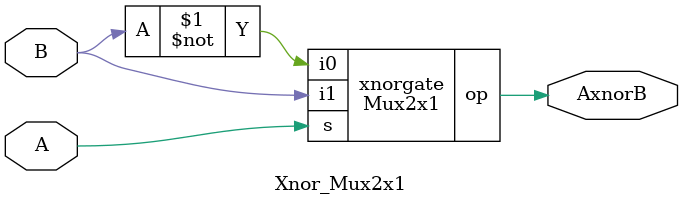
<source format=v>


module Mux2x1(input i0,i1,s, output op);
	assign op = (~s & i0) | (s & i1);
endmodule

//and gate
module And_Mux2x1(input A,B, output AandB);     
	Mux2x1 andgate(.i0(0),.i1(B),.s(A),.op(AandB));    //mux inputs 0,B , select line A
endmodule

//or gate
module Or_Mux2x1(input A,B,output AorB);
	Mux2x1 orgate(.i0(B),.i1(1),.s(A),.op(AorB));
endmodule

//nand gate
module Nand_Mux2x1(input A,B,output AnandB);
	Mux2x1 nandgate(.i0(1),.i1(~B),.s(A),.op(AnandB));
endmodule

//nor gate
module Nor_Mux2x1(input A,B,output AnorB);
	Mux2x1 norgate(.i0(~B),.i1(0),.s(A),.op(AnorB));
endmodule

//not gate
module Not_Mux2x1(input A,output notA);
	Mux2x1 notgate(.i0(1),.i1(0),.s(A),.op(notA));
endmodule

//xor gate
module Xor_Mux2x1(input A,B,output AxorB);
	Mux2x1 xorgate(.i0(B),.i1(~B),.s(A),.op(AxorB));
endmodule

//xnor gate
module Xnor_Mux2x1(input A,B,output AxnorB);
	Mux2x1 xnorgate(.i0(~B),.i1(B),.s(A),.op(AxnorB));
endmodule

</source>
